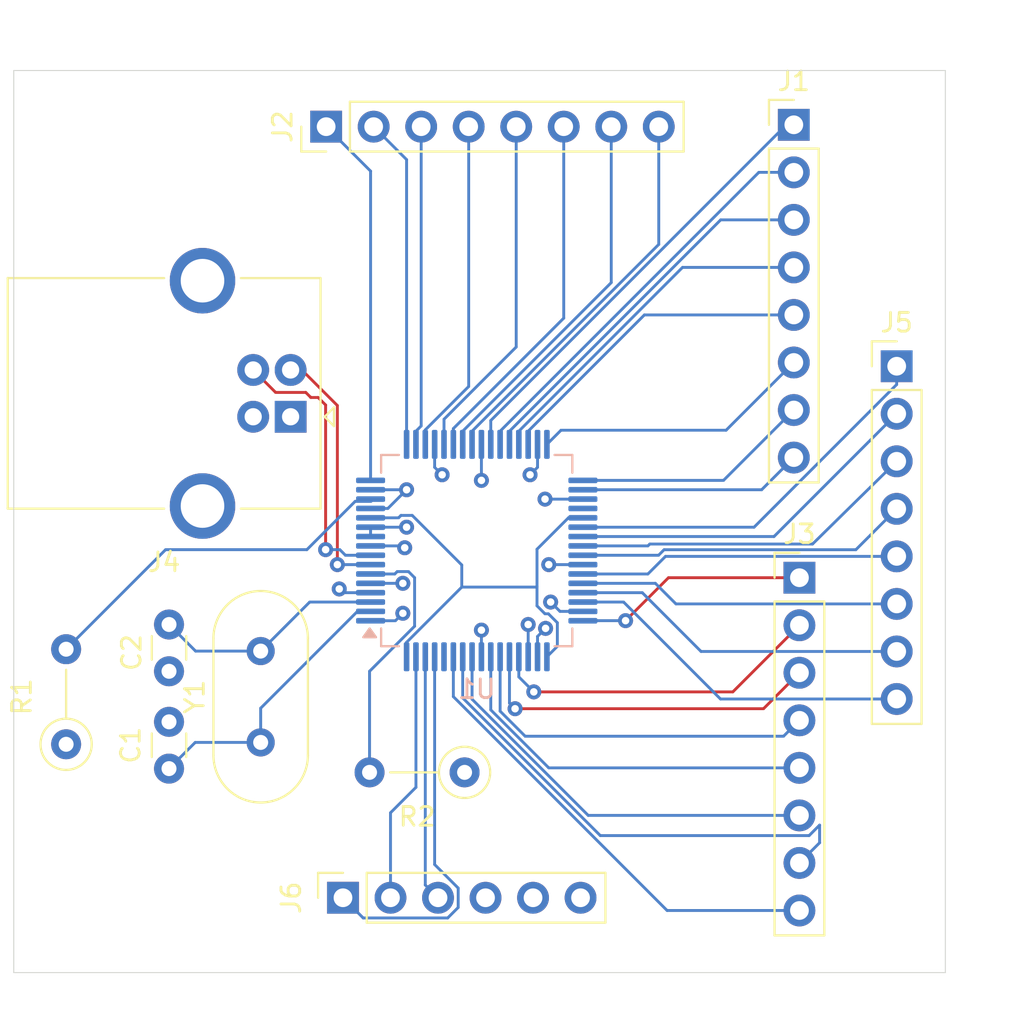
<source format=kicad_pcb>
(kicad_pcb (version 20240108) (generator "pcbnew") (generator_version "8.0")
  (layers (0 "F.Cu" signal) (1 "In1.Cu" power "GND.Cu") (2 "In2.Cu" power) (31 "B.Cu" signal) (34 "B.Paste" user) (35 "F.Paste" user) (36 "B.SilkS" user "B.Silkscreen") (37 "F.SilkS" user "F.Silkscreen") (38 "B.Mask" user) (39 "F.Mask" user) (44 "Edge.Cuts" user))
  (net 0 "")
  (net 1 "GND")
  (net 2 "Net-(U1C-OSCI)")
  (net 3 "Net-(U1C-OSCO)")
  (net 4 "Net-(J1-Pin_1)")
  (net 5 "Net-(J1-Pin_2)")
  (net 6 "Net-(J1-Pin_3)")
  (net 7 "Net-(J1-Pin_4)")
  (net 8 "Net-(J1-Pin_5)")
  (net 9 "Net-(J1-Pin_6)")
  (net 10 "Net-(J1-Pin_7)")
  (net 11 "Net-(J1-Pin_8)")
  (net 12 "Net-(J2-Pin_1)")
  (net 13 "Net-(J2-Pin_2)")
  (net 14 "Net-(J2-Pin_3)")
  (net 15 "Net-(J2-Pin_4)")
  (net 16 "Net-(J2-Pin_5)")
  (net 17 "Net-(J2-Pin_6)")
  (net 18 "Net-(J2-Pin_7)")
  (net 19 "Net-(J2-Pin_8)")
  (net 20 "Net-(J3-Pin_1)")
  (net 21 "Net-(J3-Pin_2)")
  (net 22 "Net-(J3-Pin_3)")
  (net 23 "Net-(J3-Pin_4)")
  (net 24 "Net-(J3-Pin_5)")
  (net 25 "Net-(J3-Pin_6)")
  (net 26 "Net-(J3-Pin_7)")
  (net 27 "Net-(J3-Pin_8)")
  (net 28 "Net-(J4-D-)")
  (net 29 "Net-(J4-D+)")
  (net 30 "+5V")
  (net 31 "Net-(J5-Pin_1)")
  (net 32 "Net-(J5-Pin_2)")
  (net 33 "Net-(J5-Pin_3)")
  (net 34 "Net-(J5-Pin_4)")
  (net 35 "Net-(J5-Pin_5)")
  (net 36 "Net-(J5-Pin_6)")
  (net 37 "Net-(J5-Pin_7)")
  (net 38 "Net-(J5-Pin_8)")
  (net 39 "+3.3V")
  (net 40 "Net-(J6-Pin_1)")
  (net 41 "Net-(J6-Pin_2)")
  (net 42 "Net-(J6-Pin_3)")
  (net 43 "Net-(U1C-RESET#)")
  (net 44 "Net-(U1C-REF)")
  (net 45 "Net-(U1E-VREGOUT)")
  (footprint "Capacitor_THT:C_Disc_D3.0mm_W1.6mm_P2.50mm" (layer "F.Cu") (at 141.4 95.5 -90)
    (property "Reference" "C2" (at 1.5 2 90) (layer "F.SilkS"))
    (property "Value" "27 pF")
    (fp_line (start 0.621 0.92) (end 1.879 0.92) (stroke (width 0.12)) (layer "F.SilkS"))
    (fp_line (start 0.621 -0.92) (end 1.879 -0.92) (stroke (width 0.12)) (layer "F.SilkS"))
    (pad "1" thru_hole circle (at 0 0 270) (size 1.6 1.6) (drill 0.8) (layers "*.Cu" "*.Mask") (net 3 "Net-(U1C-OSCO)"))
    (pad "2" thru_hole circle (at 2.5 0 270) (size 1.6 1.6) (drill 0.8) (layers "*.Cu" "*.Mask") (net 1 "GND"))
  )
  (footprint "Connector_PinHeader_2.54mm:PinHeader_1x08_P2.54mm_Vertical" (layer "F.Cu") (at 149.8 68.9 90)
    (property "Reference" "J2" (at 0 -2.33 90) (layer "F.SilkS"))
    (property "Value" "Conn_01x08_Male")
    (fp_line (start -1.33 -1.33) (end 0 -1.33) (stroke (width 0.12)) (layer "F.SilkS"))
    (fp_line (start -1.33 0) (end -1.33 -1.33) (stroke (width 0.12)) (layer "F.SilkS"))
    (fp_line (start 1.33 1.27) (end 1.33 19.11) (stroke (width 0.12)) (layer "F.SilkS"))
    (fp_line (start -1.33 1.27) (end 1.33 1.27) (stroke (width 0.12)) (layer "F.SilkS"))
    (fp_line (start -1.33 1.27) (end -1.33 19.11) (stroke (width 0.12)) (layer "F.SilkS"))
    (fp_line (start -1.33 19.11) (end 1.33 19.11) (stroke (width 0.12)) (layer "F.SilkS"))
    (pad "1" thru_hole rect (at 0 0 90) (size 1.7 1.7) (drill 1) (layers "*.Cu" "*.Mask") (net 12 "Net-(J2-Pin_1)"))
    (pad "2" thru_hole oval (at 0 2.54 90) (size 1.7 1.7) (drill 1) (layers "*.Cu" "*.Mask") (net 13 "Net-(J2-Pin_2)"))
    (pad "3" thru_hole oval (at 0 5.08 90) (size 1.7 1.7) (drill 1) (layers "*.Cu" "*.Mask") (net 14 "Net-(J2-Pin_3)"))
    (pad "4" thru_hole oval (at 0 7.62 90) (size 1.7 1.7) (drill 1) (layers "*.Cu" "*.Mask") (net 15 "Net-(J2-Pin_4)"))
    (pad "5" thru_hole oval (at 0 10.16 90) (size 1.7 1.7) (drill 1) (layers "*.Cu" "*.Mask") (net 16 "Net-(J2-Pin_5)"))
    (pad "6" thru_hole oval (at 0 12.7 90) (size 1.7 1.7) (drill 1) (layers "*.Cu" "*.Mask") (net 17 "Net-(J2-Pin_6)"))
    (pad "7" thru_hole oval (at 0 15.24 90) (size 1.7 1.7) (drill 1) (layers "*.Cu" "*.Mask") (net 18 "Net-(J2-Pin_7)"))
    (pad "8" thru_hole oval (at 0 17.78 90) (size 1.7 1.7) (drill 1) (layers "*.Cu" "*.Mask") (net 19 "Net-(J2-Pin_8)"))
  )
  (footprint "Connector_PinHeader_2.54mm:PinHeader_1x08_P2.54mm_Vertical" (layer "F.Cu") (at 175.1 93)
    (property "Reference" "J3" (at 0 -2.33 0) (layer "F.SilkS"))
    (property "Value" "Conn_01x08_Male")
    (fp_line (start -1.33 -1.33) (end 0 -1.33) (stroke (width 0.12)) (layer "F.SilkS"))
    (fp_line (start -1.33 0) (end -1.33 -1.33) (stroke (width 0.12)) (layer "F.SilkS"))
    (fp_line (start -1.33 1.27) (end -1.33 19.11) (stroke (width 0.12)) (layer "F.SilkS"))
    (fp_line (start -1.33 1.27) (end 1.33 1.27) (stroke (width 0.12)) (layer "F.SilkS"))
    (fp_line (start -1.33 19.11) (end 1.33 19.11) (stroke (width 0.12)) (layer "F.SilkS"))
    (fp_line (start 1.33 1.27) (end 1.33 19.11) (stroke (width 0.12)) (layer "F.SilkS"))
    (pad "1" thru_hole rect (at 0 0) (size 1.7 1.7) (drill 1) (layers "*.Cu" "*.Mask") (net 20 "Net-(J3-Pin_1)"))
    (pad "2" thru_hole oval (at 0 2.54) (size 1.7 1.7) (drill 1) (layers "*.Cu" "*.Mask") (net 21 "Net-(J3-Pin_2)"))
    (pad "3" thru_hole oval (at 0 5.08) (size 1.7 1.7) (drill 1) (layers "*.Cu" "*.Mask") (net 22 "Net-(J3-Pin_3)"))
    (pad "4" thru_hole oval (at 0 7.62) (size 1.7 1.7) (drill 1) (layers "*.Cu" "*.Mask") (net 23 "Net-(J3-Pin_4)"))
    (pad "5" thru_hole oval (at 0 10.16) (size 1.7 1.7) (drill 1) (layers "*.Cu" "*.Mask") (net 24 "Net-(J3-Pin_5)"))
    (pad "6" thru_hole oval (at 0 12.7) (size 1.7 1.7) (drill 1) (layers "*.Cu" "*.Mask") (net 25 "Net-(J3-Pin_6)"))
    (pad "7" thru_hole oval (at 0 15.24) (size 1.7 1.7) (drill 1) (layers "*.Cu" "*.Mask") (net 26 "Net-(J3-Pin_7)"))
    (pad "8" thru_hole oval (at 0 17.78) (size 1.7 1.7) (drill 1) (layers "*.Cu" "*.Mask") (net 27 "Net-(J3-Pin_8)"))
  )
  (footprint "Connector_USB:USB_B_OST_USB-B1HSxx_Horizontal" (layer "F.Cu") (at 147.9 84.4 180)
    (property "Reference" "J4" (at 6.76 -7.77 0) (layer "F.SilkS"))
    (property "Value" "USB_B")
    (fp_line (start 15.12 7.41) (end 6.76 7.41) (stroke (width 0.12)) (layer "F.SilkS"))
    (fp_line (start 15.12 -4.91) (end 15.12 7.41) (stroke (width 0.12)) (layer "F.SilkS"))
    (fp_line (start 6.76 -4.91) (end 15.12 -4.91) (stroke (width 0.12)) (layer "F.SilkS"))
    (fp_line (start 2.66 -4.91) (end -1.6 -4.91) (stroke (width 0.12)) (layer "F.SilkS"))
    (fp_line (start -1.6 7.41) (end 2.66 7.41) (stroke (width 0.12)) (layer "F.SilkS"))
    (fp_line (start -1.6 -4.91) (end -1.6 7.41) (stroke (width 0.12)) (layer "F.SilkS"))
    (fp_line (start -1.82 0) (end -2.32 -0.5) (stroke (width 0.12)) (layer "F.SilkS"))
    (fp_line (start -2.32 0.5) (end -1.82 0) (stroke (width 0.12)) (layer "F.SilkS"))
    (fp_line (start -2.32 -0.5) (end -2.32 0.5) (stroke (width 0.12)) (layer "F.SilkS"))
    (pad "1" thru_hole rect (at 0 0 180) (size 1.7 1.7) (drill 0.92) (layers "*.Cu" "*.Mask") (net 30 "+5V"))
    (pad "2" thru_hole circle (at 0 2.5 180) (size 1.7 1.7) (drill 0.92) (layers "*.Cu" "*.Mask") (net 28 "Net-(J4-D-)"))
    (pad "3" thru_hole circle (at 2 2.5 180) (size 1.7 1.7) (drill 0.92) (layers "*.Cu" "*.Mask") (net 29 "Net-(J4-D+)"))
    (pad "4" thru_hole circle (at 2 0 180) (size 1.7 1.7) (drill 0.92) (layers "*.Cu" "*.Mask") (net 1 "GND"))
    (pad "5" thru_hole circle (at 4.71 -4.77 180) (size 3.5 3.5) (drill 2.33) (layers "*.Cu" "*.Mask") (net 1 "GND"))
    (pad "5" thru_hole circle (at 4.71 7.27 180) (size 3.5 3.5) (drill 2.33) (layers "*.Cu" "*.Mask") (net 1 "GND"))
  )
  (footprint "Connector_PinHeader_2.54mm:PinHeader_1x08_P2.54mm_Vertical" (layer "F.Cu") (at 180.3 81.7)
    (property "Reference" "J5" (at 0 -2.33 0) (layer "F.SilkS"))
    (property "Value" "Conn_01x08_Male")
    (fp_line (start -1.33 -1.33) (end 0 -1.33) (stroke (width 0.12)) (layer "F.SilkS"))
    (fp_line (start -1.33 0) (end -1.33 -1.33) (stroke (width 0.12)) (layer "F.SilkS"))
    (fp_line (start -1.33 1.27) (end -1.33 19.11) (stroke (width 0.12)) (layer "F.SilkS"))
    (fp_line (start -1.33 1.27) (end 1.33 1.27) (stroke (width 0.12)) (layer "F.SilkS"))
    (fp_line (start -1.33 19.11) (end 1.33 19.11) (stroke (width 0.12)) (layer "F.SilkS"))
    (fp_line (start 1.33 1.27) (end 1.33 19.11) (stroke (width 0.12)) (layer "F.SilkS"))
    (pad "1" thru_hole rect (at 0 0) (size 1.7 1.7) (drill 1) (layers "*.Cu" "*.Mask") (net 31 "Net-(J5-Pin_1)"))
    (pad "2" thru_hole oval (at 0 2.54) (size 1.7 1.7) (drill 1) (layers "*.Cu" "*.Mask") (net 32 "Net-(J5-Pin_2)"))
    (pad "3" thru_hole oval (at 0 5.08) (size 1.7 1.7) (drill 1) (layers "*.Cu" "*.Mask") (net 33 "Net-(J5-Pin_3)"))
    (pad "4" thru_hole oval (at 0 7.62) (size 1.7 1.7) (drill 1) (layers "*.Cu" "*.Mask") (net 34 "Net-(J5-Pin_4)"))
    (pad "5" thru_hole oval (at 0 10.16) (size 1.7 1.7) (drill 1) (layers "*.Cu" "*.Mask") (net 35 "Net-(J5-Pin_5)"))
    (pad "6" thru_hole oval (at 0 12.7) (size 1.7 1.7) (drill 1) (layers "*.Cu" "*.Mask") (net 36 "Net-(J5-Pin_6)"))
    (pad "7" thru_hole oval (at 0 15.24) (size 1.7 1.7) (drill 1) (layers "*.Cu" "*.Mask") (net 37 "Net-(J5-Pin_7)"))
    (pad "8" thru_hole oval (at 0 17.78) (size 1.7 1.7) (drill 1) (layers "*.Cu" "*.Mask") (net 38 "Net-(J5-Pin_8)"))
  )
  (footprint "Connector_PinSocket_2.54mm:PinSocket_1x06_P2.54mm_Vertical" (layer "F.Cu") (at 150.7 110.1 90)
    (property "Reference" "J6" (at 0 -2.77 90) (layer "F.SilkS"))
    (property "Value" "Conn_01x06_Male")
    (fp_line (start 1.33 -1.33) (end 1.33 0) (stroke (width 0.12)) (layer "F.SilkS"))
    (fp_line (start 0 -1.33) (end 1.33 -1.33) (stroke (width 0.12)) (layer "F.SilkS"))
    (fp_line (start 1.33 1.27) (end 1.33 14.03) (stroke (width 0.12)) (layer "F.SilkS"))
    (fp_line (start -1.33 1.27) (end 1.33 1.27) (stroke (width 0.12)) (layer "F.SilkS"))
    (fp_line (start -1.33 1.27) (end -1.33 14.03) (stroke (width 0.12)) (layer "F.SilkS"))
    (fp_line (start -1.33 14.03) (end 1.33 14.03) (stroke (width 0.12)) (layer "F.SilkS"))
    (pad "1" thru_hole rect (at 0 0 90) (size 1.7 1.7) (drill 1) (layers "*.Cu" "*.Mask") (net 40 "Net-(J6-Pin_1)"))
    (pad "2" thru_hole oval (at 0 2.54 90) (size 1.7 1.7) (drill 1) (layers "*.Cu" "*.Mask") (net 41 "Net-(J6-Pin_2)"))
    (pad "3" thru_hole oval (at 0 5.08 90) (size 1.7 1.7) (drill 1) (layers "*.Cu" "*.Mask") (net 42 "Net-(J6-Pin_3)"))
    (pad "4" thru_hole oval (at 0 7.62 90) (size 1.7 1.7) (drill 1) (layers "*.Cu" "*.Mask") (net 1 "GND"))
    (pad "5" thru_hole oval (at 0 10.16 90) (size 1.7 1.7) (drill 1) (layers "*.Cu" "*.Mask") (net 39 "+3.3V"))
    (pad "6" thru_hole oval (at 0 12.7 90) (size 1.7 1.7) (drill 1) (layers "*.Cu" "*.Mask") (net 30 "+5V"))
  )
  (footprint "Resistor_THT:R_Axial_DIN0207_L6.3mm_D2.5mm_P5.08mm_Vertical" (layer "F.Cu") (at 135.9 101.9 90)
    (property "Reference" "R1" (at 2.54 -2.37 90) (layer "F.SilkS"))
    (property "Value" "2k2")
    (fp_line (start 1.37 0) (end 3.98 0) (stroke (width 0.12)) (layer "F.SilkS"))
    (fp_circle (center 0 0) (end 1.37 0) (stroke (width 0.12)) (fill none) (layer "F.SilkS"))
    (pad "1" thru_hole circle (at 0 0 90) (size 1.6 1.6) (drill 0.8) (layers "*.Cu" "*.Mask") (net 30 "+5V"))
    (pad "2" thru_hole oval (at 5.08 0 90) (size 1.6 1.6) (drill 0.8) (layers "*.Cu" "*.Mask") (net 43 "Net-(U1C-RESET#)"))
  )
  (footprint "Resistor_THT:R_Axial_DIN0207_L6.3mm_D2.5mm_P5.08mm_Vertical" (layer "F.Cu") (at 157.2 103.4 180)
    (property "Reference" "R2" (at 2.54 -2.37 0) (layer "F.SilkS"))
    (property "Value" "12k")
    (fp_line (start 1.37 0) (end 3.98 0) (stroke (width 0.12)) (layer "F.SilkS"))
    (fp_circle (center 0 0) (end 1.37 0) (stroke (width 0.12)) (fill none) (layer "F.SilkS"))
    (pad "1" thru_hole circle (at 0 0 180) (size 1.6 1.6) (drill 0.8) (layers "*.Cu" "*.Mask") (net 1 "GND"))
    (pad "2" thru_hole oval (at 5.08 0 180) (size 1.6 1.6) (drill 0.8) (layers "*.Cu" "*.Mask") (net 44 "Net-(U1C-REF)"))
  )
  (footprint "Crystal:Crystal_HC49-U_Vertical" (layer "F.Cu") (at 146.3 101.8 90)
    (property "Reference" "Y1" (at 2.44 -3.525 90) (layer "F.SilkS"))
    (property "Value" "12 MHz")
    (fp_line (start -0.685 -2.525) (end 5.565 -2.525) (stroke (width 0.12)) (layer "F.SilkS"))
    (fp_line (start -0.685 2.525) (end 5.565 2.525) (stroke (width 0.12)) (layer "F.SilkS"))
    (fp_arc (start 5.565 -2.525) (mid 8.09 0) (end 5.565 2.525) (stroke (width 0.12)) (layer "F.SilkS"))
    (fp_arc (start -0.685 2.525) (mid -3.21 0) (end -0.685 -2.525) (stroke (width 0.12)) (layer "F.SilkS"))
    (pad "1" thru_hole circle (at 0 0 90) (size 1.5 1.5) (drill 0.8) (layers "*.Cu" "*.Mask") (net 2 "Net-(U1C-OSCI)"))
    (pad "2" thru_hole circle (at 4.88 0 90) (size 1.5 1.5) (drill 0.8) (layers "*.Cu" "*.Mask") (net 3 "Net-(U1C-OSCO)"))
  )
  (footprint "Capacitor_THT:C_Disc_D3.0mm_W1.6mm_P2.50mm" (layer "F.Cu") (at 141.4 103.2 90)
    (property "Reference" "C1" (at 1.25 -2.05 90) (layer "F.SilkS"))
    (property "Value" "27 pF")
    (fp_line (start 0.621 -0.92) (end 1.879 -0.92) (stroke (width 0.12)) (layer "F.SilkS"))
    (fp_line (start 0.621 0.92) (end 1.879 0.92) (stroke (width 0.12)) (layer "F.SilkS"))
    (pad "1" thru_hole circle (at 0 0 90) (size 1.6 1.6) (drill 0.8) (layers "*.Cu" "*.Mask") (net 2 "Net-(U1C-OSCI)"))
    (pad "2" thru_hole circle (at 2.5 0 90) (size 1.6 1.6) (drill 0.8) (layers "*.Cu" "*.Mask") (net 1 "GND"))
  )
  (footprint "Connector_PinHeader_2.54mm:PinHeader_1x08_P2.54mm_Vertical" (layer "F.Cu") (at 174.8 68.8)
    (property "Reference" "J1" (at 0 -2.33 0) (layer "F.SilkS"))
    (property "Value" "Conn_01x08_Male")
    (fp_line (start -1.33 -1.33) (end 0 -1.33) (stroke (width 0.12)) (layer "F.SilkS"))
    (fp_line (start -1.33 0) (end -1.33 -1.33) (stroke (width 0.12)) (layer "F.SilkS"))
    (fp_line (start -1.33 1.27) (end -1.33 19.11) (stroke (width 0.12)) (layer "F.SilkS"))
    (fp_line (start -1.33 1.27) (end 1.33 1.27) (stroke (width 0.12)) (layer "F.SilkS"))
    (fp_line (start -1.33 19.11) (end 1.33 19.11) (stroke (width 0.12)) (layer "F.SilkS"))
    (fp_line (start 1.33 1.27) (end 1.33 19.11) (stroke (width 0.12)) (layer "F.SilkS"))
    (pad "1" thru_hole rect (at 0 0) (size 1.7 1.7) (drill 1) (layers "*.Cu" "*.Mask") (net 4 "Net-(J1-Pin_1)"))
    (pad "2" thru_hole oval (at 0 2.54) (size 1.7 1.7) (drill 1) (layers "*.Cu" "*.Mask") (net 5 "Net-(J1-Pin_2)"))
    (pad "3" thru_hole oval (at 0 5.08) (size 1.7 1.7) (drill 1) (layers "*.Cu" "*.Mask") (net 6 "Net-(J1-Pin_3)"))
    (pad "4" thru_hole oval (at 0 7.62) (size 1.7 1.7) (drill 1) (layers "*.Cu" "*.Mask") (net 7 "Net-(J1-Pin_4)"))
    (pad "5" thru_hole oval (at 0 10.16) (size 1.7 1.7) (drill 1) (layers "*.Cu" "*.Mask") (net 8 "Net-(J1-Pin_5)"))
    (pad "6" thru_hole oval (at 0 12.7) (size 1.7 1.7) (drill 1) (layers "*.Cu" "*.Mask") (net 9 "Net-(J1-Pin_6)"))
    (pad "7" thru_hole oval (at 0 15.24) (size 1.7 1.7) (drill 1) (layers "*.Cu" "*.Mask") (net 10 "Net-(J1-Pin_7)"))
    (pad "8" thru_hole oval (at 0 17.78) (size 1.7 1.7) (drill 1) (layers "*.Cu" "*.Mask") (net 11 "Net-(J1-Pin_8)"))
  )
  (footprint "Package_QFP:LQFP-64_10x10mm_P0.5mm" (layer "B.Cu") (at 157.85 91.55)
    (property "Reference" "U1" (at 0 7.4 0) (layer "B.SilkS") (effects (justify mirror)))
    (property "Value" "FT2232H")
    (fp_line (start -5.11 -5.11) (end -5.11 -4.16) (stroke (width 0.12)) (layer "B.SilkS"))
    (fp_line (start -5.11 5.11) (end -5.11 4.16) (stroke (width 0.12)) (layer "B.SilkS"))
    (fp_line (start -4.16 -5.11) (end -5.11 -5.11) (stroke (width 0.12)) (layer "B.SilkS"))
    (fp_line (start -4.16 5.11) (end -5.11 5.11) (stroke (width 0.12)) (layer "B.SilkS"))
    (fp_line (start 4.16 -5.11) (end 5.11 -5.11) (stroke (width 0.12)) (layer "B.SilkS"))
    (fp_line (start 4.16 5.11) (end 5.11 5.11) (stroke (width 0.12)) (layer "B.SilkS"))
    (fp_line (start 5.11 -5.11) (end 5.11 -4.16) (stroke (width 0.12)) (layer "B.SilkS"))
    (fp_line (start 5.11 5.11) (end 5.11 4.16) (stroke (width 0.12)) (layer "B.SilkS"))
    (fp_poly (pts (xy -5.725 4.16) (xy -6.065 4.63) (xy -5.385 4.63) (xy -5.725 4.16)) (stroke (width 0.12)) (fill solid) (layer "B.SilkS"))
    (pad "1" smd roundrect (at -5.675 3.75) (size 1.55 0.3) (layers "B.Cu" "B.Paste" "B.Mask") (net 1 "GND"))
    (pad "2" smd roundrect (at -5.675 3.25) (size 1.55 0.3) (layers "B.Cu" "B.Paste" "B.Mask") (net 2 "Net-(U1C-OSCI)"))
    (pad "3" smd roundrect (at -5.675 2.75) (size 1.55 0.3) (layers "B.Cu" "B.Paste" "B.Mask") (net 3 "Net-(U1C-OSCO)"))
    (pad "4" smd roundrect (at -5.675 2.25) (size 1.55 0.3) (layers "B.Cu" "B.Paste" "B.Mask") (net 39 "+3.3V"))
    (pad "5" smd roundrect (at -5.675 1.75) (size 1.55 0.3) (layers "B.Cu" "B.Paste" "B.Mask") (net 1 "GND"))
    (pad "6" smd roundrect (at -5.675 1.25) (size 1.55 0.3) (layers "B.Cu" "B.Paste" "B.Mask") (net 44 "Net-(U1C-REF)"))
    (pad "7" smd roundrect (at -5.675 0.75) (size 1.55 0.3) (layers "B.Cu" "B.Paste" "B.Mask") (net 28 "Net-(J4-D-)"))
    (pad "8" smd roundrect (at -5.675 0.25) (size 1.55 0.3) (layers "B.Cu" "B.Paste" "B.Mask") (net 29 "Net-(J4-D+)"))
    (pad "9" smd roundrect (at -5.675 -0.25) (size 1.55 0.3) (layers "B.Cu" "B.Paste" "B.Mask") (net 39 "+3.3V"))
    (pad "10" smd roundrect (at -5.675 -0.75) (size 1.55 0.3) (layers "B.Cu" "B.Paste" "B.Mask") (net 1 "GND"))
    (pad "11" smd roundrect (at -5.675 -1.25) (size 1.55 0.3) (layers "B.Cu" "B.Paste" "B.Mask") (net 1 "GND"))
    (pad "12" smd roundrect (at -5.675 -1.75) (size 1.55 0.3) (layers "B.Cu" "B.Paste" "B.Mask") (net 45 "Net-(U1E-VREGOUT)"))
    (pad "13" smd roundrect (at -5.675 -2.25) (size 1.55 0.3) (layers "B.Cu" "B.Paste" "B.Mask") (net 1 "GND"))
    (pad "14" smd roundrect (at -5.675 -2.75) (size 1.55 0.3) (layers "B.Cu" "B.Paste" "B.Mask") (net 43 "Net-(U1C-RESET#)"))
    (pad "15" smd roundrect (at -5.675 -3.25) (size 1.55 0.3) (layers "B.Cu" "B.Paste" "B.Mask") (net 1 "GND"))
    (pad "16" smd roundrect (at -5.675 -3.75) (size 1.55 0.3) (layers "B.Cu" "B.Paste" "B.Mask") (net 12 "Net-(J2-Pin_1)"))
    (pad "17" smd roundrect (at -3.75 -5.675) (size 0.3 1.55) (layers "B.Cu" "B.Paste" "B.Mask") (net 13 "Net-(J2-Pin_2)"))
    (pad "18" smd roundrect (at -3.25 -5.675) (size 0.3 1.55) (layers "B.Cu" "B.Paste" "B.Mask") (net 14 "Net-(J2-Pin_3)"))
    (pad "19" smd roundrect (at -2.75 -5.675) (size 0.3 1.55) (layers "B.Cu" "B.Paste" "B.Mask") (net 15 "Net-(J2-Pin_4)"))
    (pad "20" smd roundrect (at -2.25 -5.675) (size 0.3 1.55) (layers "B.Cu" "B.Paste" "B.Mask") (net 39 "+3.3V"))
    (pad "21" smd roundrect (at -1.75 -5.675) (size 0.3 1.55) (layers "B.Cu" "B.Paste" "B.Mask") (net 16 "Net-(J2-Pin_5)"))
    (pad "22" smd roundrect (at -1.25 -5.675) (size 0.3 1.55) (layers "B.Cu" "B.Paste" "B.Mask") (net 17 "Net-(J2-Pin_6)"))
    (pad "23" smd roundrect (at -0.75 -5.675) (size 0.3 1.55) (layers "B.Cu" "B.Paste" "B.Mask") (net 18 "Net-(J2-Pin_7)"))
    (pad "24" smd roundrect (at -0.25 -5.675) (size 0.3 1.55) (layers "B.Cu" "B.Paste" "B.Mask") (net 19 "Net-(J2-Pin_8)"))
    (pad "25" smd roundrect (at 0.25 -5.675) (size 0.3 1.55) (layers "B.Cu" "B.Paste" "B.Mask") (net 1 "GND"))
    (pad "26" smd roundrect (at 0.75 -5.675) (size 0.3 1.55) (layers "B.Cu" "B.Paste" "B.Mask") (net 4 "Net-(J1-Pin_1)"))
    (pad "27" smd roundrect (at 1.25 -5.675) (size 0.3 1.55) (layers "B.Cu" "B.Paste" "B.Mask") (net 5 "Net-(J1-Pin_2)"))
    (pad "28" smd roundrect (at 1.75 -5.675) (size 0.3 1.55) (layers "B.Cu" "B.Paste" "B.Mask") (net 6 "Net-(J1-Pin_3)"))
    (pad "29" smd roundrect (at 2.25 -5.675) (size 0.3 1.55) (layers "B.Cu" "B.Paste" "B.Mask") (net 7 "Net-(J1-Pin_4)"))
    (pad "30" smd roundrect (at 2.75 -5.675) (size 0.3 1.55) (layers "B.Cu" "B.Paste" "B.Mask") (net 8 "Net-(J1-Pin_5)"))
    (pad "31" smd roundrect (at 3.25 -5.675) (size 0.3 1.55) (layers "B.Cu" "B.Paste" "B.Mask") (net 39 "+3.3V"))
    (pad "32" smd roundrect (at 3.75 -5.675) (size 0.3 1.55) (layers "B.Cu" "B.Paste" "B.Mask") (net 9 "Net-(J1-Pin_6)"))
    (pad "33" smd roundrect (at 5.675 -3.75) (size 1.55 0.3) (layers "B.Cu" "B.Paste" "B.Mask") (net 10 "Net-(J1-Pin_7)"))
    (pad "34" smd roundrect (at 5.675 -3.25) (size 1.55 0.3) (layers "B.Cu" "B.Paste" "B.Mask") (net 11 "Net-(J1-Pin_8)"))
    (pad "35" smd roundrect (at 5.675 -2.75) (size 1.55 0.3) (layers "B.Cu" "B.Paste" "B.Mask") (net 1 "GND"))
    (pad "36" smd roundrect (at 5.675 -2.25) (size 1.55 0.3) (layers "B.Cu" "B.Paste" "B.Mask"))
    (pad "37" smd roundrect (at 5.675 -1.75) (size 1.55 0.3) (layers "B.Cu" "B.Paste" "B.Mask") (net 45 "Net-(U1E-VREGOUT)"))
    (pad "38" smd roundrect (at 5.675 -1.25) (size 1.55 0.3) (layers "B.Cu" "B.Paste" "B.Mask") (net 31 "Net-(J5-Pin_1)"))
    (pad "39" smd roundrect (at 5.675 -0.75) (size 1.55 0.3) (layers "B.Cu" "B.Paste" "B.Mask") (net 32 "Net-(J5-Pin_2)"))
    (pad "40" smd roundrect (at 5.675 -0.25) (size 1.55 0.3) (layers "B.Cu" "B.Paste" "B.Mask") (net 33 "Net-(J5-Pin_3)"))
    (pad "41" smd roundrect (at 5.675 0.25) (size 1.55 0.3) (layers "B.Cu" "B.Paste" "B.Mask") (net 34 "Net-(J5-Pin_4)"))
    (pad "42" smd roundrect (at 5.675 0.75) (size 1.55 0.3) (layers "B.Cu" "B.Paste" "B.Mask") (net 39 "+3.3V"))
    (pad "43" smd roundrect (at 5.675 1.25) (size 1.55 0.3) (layers "B.Cu" "B.Paste" "B.Mask") (net 35 "Net-(J5-Pin_5)"))
    (pad "44" smd roundrect (at 5.675 1.75) (size 1.55 0.3) (layers "B.Cu" "B.Paste" "B.Mask") (net 36 "Net-(J5-Pin_6)"))
    (pad "45" smd roundrect (at 5.675 2.25) (size 1.55 0.3) (layers "B.Cu" "B.Paste" "B.Mask") (net 37 "Net-(J5-Pin_7)"))
    (pad "46" smd roundrect (at 5.675 2.75) (size 1.55 0.3) (layers "B.Cu" "B.Paste" "B.Mask") (net 38 "Net-(J5-Pin_8)"))
    (pad "47" smd roundrect (at 5.675 3.25) (size 1.55 0.3) (layers "B.Cu" "B.Paste" "B.Mask") (net 1 "GND"))
    (pad "48" smd roundrect (at 5.675 3.75) (size 1.55 0.3) (layers "B.Cu" "B.Paste" "B.Mask") (net 20 "Net-(J3-Pin_1)"))
    (pad "49" smd roundrect (at 3.75 5.675) (size 0.3 1.55) (layers "B.Cu" "B.Paste" "B.Mask") (net 45 "Net-(U1E-VREGOUT)"))
    (pad "50" smd roundrect (at 3.25 5.675) (size 0.3 1.55) (layers "B.Cu" "B.Paste" "B.Mask") (net 39 "+3.3V"))
    (pad "51" smd roundrect (at 2.75 5.675) (size 0.3 1.55) (layers "B.Cu" "B.Paste" "B.Mask") (net 1 "GND"))
    (pad "52" smd roundrect (at 2.25 5.675) (size 0.3 1.55) (layers "B.Cu" "B.Paste" "B.Mask") (net 21 "Net-(J3-Pin_2)"))
    (pad "53" smd roundrect (at 1.75 5.675) (size 0.3 1.55) (layers "B.Cu" "B.Paste" "B.Mask") (net 22 "Net-(J3-Pin_3)"))
    (pad "54" smd roundrect (at 1.25 5.675) (size 0.3 1.55) (layers "B.Cu" "B.Paste" "B.Mask") (net 23 "Net-(J3-Pin_4)"))
    (pad "55" smd roundrect (at 0.75 5.675) (size 0.3 1.55) (layers "B.Cu" "B.Paste" "B.Mask") (net 24 "Net-(J3-Pin_5)"))
    (pad "56" smd roundrect (at 0.25 5.675) (size 0.3 1.55) (layers "B.Cu" "B.Paste" "B.Mask") (net 39 "+3.3V"))
    (pad "57" smd roundrect (at -0.25 5.675) (size 0.3 1.55) (layers "B.Cu" "B.Paste" "B.Mask") (net 25 "Net-(J3-Pin_6)"))
    (pad "58" smd roundrect (at -0.75 5.675) (size 0.3 1.55) (layers "B.Cu" "B.Paste" "B.Mask") (net 26 "Net-(J3-Pin_7)"))
    (pad "59" smd roundrect (at -1.25 5.675) (size 0.3 1.55) (layers "B.Cu" "B.Paste" "B.Mask") (net 27 "Net-(J3-Pin_8)"))
    (pad "60" smd roundrect (at -1.75 5.675) (size 0.3 1.55) (layers "B.Cu" "B.Paste" "B.Mask"))
    (pad "61" smd roundrect (at -2.25 5.675) (size 0.3 1.55) (layers "B.Cu" "B.Paste" "B.Mask") (net 40 "Net-(J6-Pin_1)"))
    (pad "62" smd roundrect (at -2.75 5.675) (size 0.3 1.55) (layers "B.Cu" "B.Paste" "B.Mask") (net 42 "Net-(J6-Pin_3)"))
    (pad "63" smd roundrect (at -3.25 5.675) (size 0.3 1.55) (layers "B.Cu" "B.Paste" "B.Mask") (net 41 "Net-(J6-Pin_2)"))
    (pad "64" smd roundrect (at -3.75 5.675) (size 0.3 1.55) (layers "B.Cu" "B.Paste" "B.Mask") (net 45 "Net-(U1E-VREGOUT)"))
  )
  (gr_line (start 182.9 65.9) (end 182.9 114.1) (stroke (width 0.05)) (layer "Edge.Cuts"))
  (gr_line (start 133.1 114.1) (end 133.1 65.9) (stroke (width 0.05)) (layer "Edge.Cuts"))
  (gr_line (start 182.9 114.1) (end 133.1 114.1) (stroke (width 0.05)) (layer "Edge.Cuts"))
  (gr_line (start 133.1 65.9) (end 182.9 65.9) (stroke (width 0.05)) (layer "Edge.Cuts"))
  (via (at 161.8 94.3) (size 0.8) (drill 0.4) (layers "F.Cu" "B.Cu") (net 1))
  (via (at 154.1 88.3) (size 0.8) (drill 0.4) (layers "F.Cu" "B.Cu") (net 1))
  (via (at 153.9 94.9) (size 0.8) (drill 0.4) (layers "F.Cu" "B.Cu") (net 1))
  (via (at 161.5 88.8) (size 0.8) (drill 0.4) (layers "F.Cu" "B.Cu") (net 1))
  (via (at 154.1 90.3) (size 0.8) (drill 0.4) (layers "F.Cu" "B.Cu") (net 1))
  (via (at 153.9 93.3) (size 0.8) (drill 0.4) (layers "F.Cu" "B.Cu") (net 1))
  (via (at 158.1 87.8) (size 0.8) (drill 0.4) (layers "F.Cu" "B.Cu") (net 1))
  (via (at 160.6 95.5) (size 0.8) (drill 0.4) (layers "F.Cu" "B.Cu") (net 1))
  (segment (start 152.175 88.3) (end 154.1 88.3) (width 0.1524) (layer "B.Cu") (net 1))
  (segment (start 152.175 90.3) (end 154.1 90.3) (width 0.1524) (layer "B.Cu") (net 1))
  (segment (start 153.1 89.3) (end 154.1 88.3) (width 0.1524) (layer "B.Cu") (net 1))
  (segment (start 152.175 95.3) (end 153.5 95.3) (width 0.1524) (layer "B.Cu") (net 1))
  (segment (start 152.175 89.3) (end 153.1 89.3) (width 0.1524) (layer "B.Cu") (net 1))
  (segment (start 163.525 94.8) (end 162.3 94.8) (width 0.1524) (layer "B.Cu") (net 1))
  (segment (start 152.175 93.3) (end 153.9 93.3) (width 0.1524) (layer "B.Cu") (net 1))
  (segment (start 152.175 90.8) (end 152.175 90.3) (width 0.1524) (layer "B.Cu") (net 1))
  (segment (start 160.6 97.225) (end 160.6 95.5) (width 0.1524) (layer "B.Cu") (net 1))
  (segment (start 158.1 85.875) (end 158.1 87.8) (width 0.1524) (layer "B.Cu") (net 1))
  (segment (start 153.5 95.3) (end 153.9 94.9) (width 0.1524) (layer "B.Cu") (net 1))
  (segment (start 163.525 88.8) (end 161.5 88.8) (width 0.1524) (layer "B.Cu") (net 1))
  (segment (start 162.3 94.8) (end 161.8 94.3) (width 0.1524) (layer "B.Cu") (net 1))
  (segment (start 146.3 99.97063) (end 146.3 101.8) (width 0.1524) (layer "B.Cu") (net 2))
  (segment (start 146.3 101.8) (end 142.8 101.8) (width 0.1524) (layer "B.Cu") (net 2))
  (segment (start 152.175 94.8) (end 151.47063 94.8) (width 0.1524) (layer "B.Cu") (net 2))
  (segment (start 142.8 101.8) (end 141.4 103.2) (width 0.1524) (layer "B.Cu") (net 2))
  (segment (start 151.47063 94.8) (end 146.3 99.97063) (width 0.1524) (layer "B.Cu") (net 2))
  (segment (start 152.175 94.3) (end 148.92 94.3) (width 0.1524) (layer "B.Cu") (net 3))
  (segment (start 142.82 96.92) (end 141.4 95.5) (width 0.1524) (layer "B.Cu") (net 3))
  (segment (start 146.3 96.92) (end 142.82 96.92) (width 0.1524) (layer "B.Cu") (net 3))
  (segment (start 148.92 94.3) (end 146.3 96.92) (width 0.1524) (layer "B.Cu") (net 3))
  (segment (start 158.6 85.875) (end 158.6 84.601696) (width 0.1524) (layer "B.Cu") (net 4))
  (segment (start 174.401696 68.8) (end 174.8 68.8) (width 0.1524) (layer "B.Cu") (net 4))
  (segment (start 158.6 84.601696) (end 174.401696 68.8) (width 0.1524) (layer "B.Cu") (net 4))
  (segment (start 159.1 85.875) (end 159.1 85.17063) (width 0.1524) (layer "B.Cu") (net 5))
  (segment (start 159.1 85.17063) (end 172.93063 71.34) (width 0.1524) (layer "B.Cu") (net 5))
  (segment (start 172.93063 71.34) (end 174.8 71.34) (width 0.1524) (layer "B.Cu") (net 5))
  (segment (start 170.89063 73.88) (end 174.8 73.88) (width 0.1524) (layer "B.Cu") (net 6))
  (segment (start 159.6 85.875) (end 159.6 85.17063) (width 0.1524) (layer "B.Cu") (net 6))
  (segment (start 159.6 85.17063) (end 170.89063 73.88) (width 0.1524) (layer "B.Cu") (net 6))
  (segment (start 160.1 85.17063) (end 168.85063 76.42) (width 0.1524) (layer "B.Cu") (net 7))
  (segment (start 168.85063 76.42) (end 174.8 76.42) (width 0.1524) (layer "B.Cu") (net 7))
  (segment (start 160.1 85.875) (end 160.1 85.17063) (width 0.1524) (layer "B.Cu") (net 7))
  (segment (start 160.6 85.875) (end 160.6 85.17063) (width 0.1524) (layer "B.Cu") (net 8))
  (segment (start 160.6 85.17063) (end 166.81063 78.96) (width 0.1524) (layer "B.Cu") (net 8))
  (segment (start 166.81063 78.96) (end 174.8 78.96) (width 0.1524) (layer "B.Cu") (net 8))
  (segment (start 161.6 85.875) (end 162.356399 85.118601) (width 0.1524) (layer "B.Cu") (net 9))
  (segment (start 171.181399 85.118601) (end 174.8 81.5) (width 0.1524) (layer "B.Cu") (net 9))
  (segment (start 162.356399 85.118601) (end 171.181399 85.118601) (width 0.1524) (layer "B.Cu") (net 9))
  (segment (start 171.04 87.8) (end 163.525 87.8) (width 0.1524) (layer "B.Cu") (net 10))
  (segment (start 174.8 84.04) (end 171.04 87.8) (width 0.1524) (layer "B.Cu") (net 10))
  (segment (start 174.8 86.58) (end 173.08 88.3) (width 0.1524) (layer "B.Cu") (net 11))
  (segment (start 173.08 88.3) (end 163.525 88.3) (width 0.1524) (layer "B.Cu") (net 11))
  (segment (start 152.175 87.8) (end 152.175 71.275) (width 0.1524) (layer "B.Cu") (net 12))
  (segment (start 152.175 71.275) (end 149.8 68.9) (width 0.1524) (layer "B.Cu") (net 12))
  (segment (start 154.1 70.66) (end 152.34 68.9) (width 0.1524) (layer "B.Cu") (net 13))
  (segment (start 154.1 85.875) (end 154.1 70.66) (width 0.1524) (layer "B.Cu") (net 13))
  (segment (start 154.88 68.9) (end 154.88 84.89063) (width 0.1524) (layer "B.Cu") (net 14))
  (segment (start 154.6 85.17063) (end 154.6 85.875) (width 0.1524) (layer "B.Cu") (net 14))
  (segment (start 154.88 84.89063) (end 154.6 85.17063) (width 0.1524) (layer "B.Cu") (net 14))
  (segment (start 155.1 85.875) (end 155.1 85.101696) (width 0.1524) (layer "B.Cu") (net 15))
  (segment (start 155.1 85.101696) (end 157.42 82.781696) (width 0.1524) (layer "B.Cu") (net 15))
  (segment (start 157.42 82.781696) (end 157.42 68.9) (width 0.1524) (layer "B.Cu") (net 15))
  (segment (start 159.96 80.672762) (end 159.96 68.9) (width 0.1524) (layer "B.Cu") (net 16))
  (segment (start 156.1 85.875) (end 156.1 84.532762) (width 0.1524) (layer "B.Cu") (net 16))
  (segment (start 156.1 84.532762) (end 159.96 80.672762) (width 0.1524) (layer "B.Cu") (net 16))
  (segment (start 156.6 85.031066) (end 162.5 79.131066) (width 0.1524) (layer "B.Cu") (net 17))
  (segment (start 162.5 79.131066) (end 162.5 68.9) (width 0.1524) (layer "B.Cu") (net 17))
  (segment (start 156.6 85.875) (end 156.6 85.031066) (width 0.1524) (layer "B.Cu") (net 17))
  (segment (start 157.1 85.17063) (end 157.1 85.875) (width 0.1524) (layer "B.Cu") (net 18))
  (segment (start 165.04 77.23063) (end 157.1 85.17063) (width 0.1524) (layer "B.Cu") (net 18))
  (segment (start 165.04 68.9) (end 165.04 77.23063) (width 0.1524) (layer "B.Cu") (net 18))
  (segment (start 167.58 75.19063) (end 167.58 68.9) (width 0.1524) (layer "B.Cu") (net 19))
  (segment (start 157.6 85.875) (end 157.6 85.17063) (width 0.1524) (layer "B.Cu") (net 19))
  (segment (start 157.6 85.17063) (end 167.58 75.19063) (width 0.1524) (layer "B.Cu") (net 19))
  (segment (start 175.1 93) (end 168.1 93) (width 0.1524) (layer "F.Cu") (net 20))
  (segment (start 168.1 93) (end 165.805512 95.294488) (width 0.1524) (layer "F.Cu") (net 20))
  (via (at 165.805512 95.294488) (size 0.8) (drill 0.4) (layers "F.Cu" "B.Cu") (net 20))
  (segment (start 165.805512 95.294488) (end 163.530512 95.294488) (width 0.1524) (layer "B.Cu") (net 20))
  (segment (start 163.530512 95.294488) (end 163.525 95.3) (width 0.1524) (layer "B.Cu") (net 20))
  (segment (start 175.1 95.54) (end 171.54 99.1) (width 0.1524) (layer "F.Cu") (net 21))
  (segment (start 171.54 99.1) (end 160.9 99.1) (width 0.1524) (layer "F.Cu") (net 21))
  (via (at 160.9 99.1) (size 0.8) (drill 0.4) (layers "F.Cu" "B.Cu") (net 21))
  (segment (start 160.1 98.3) (end 160.9 99.1) (width 0.1524) (layer "B.Cu") (net 21))
  (segment (start 160.1 97.225) (end 160.1 98.3) (width 0.1524) (layer "B.Cu") (net 21))
  (segment (start 175.1 98.08) (end 173.18 100) (width 0.1524) (layer "F.Cu") (net 22))
  (segment (start 173.18 100) (end 159.9 100) (width 0.1524) (layer "F.Cu") (net 22))
  (via (at 159.9 100) (size 0.8) (drill 0.4) (layers "F.Cu" "B.Cu") (net 22))
  (segment (start 159.6 99.7) (end 159.6 97.225) (width 0.1524) (layer "B.Cu") (net 22))
  (segment (start 159.9 100) (end 159.6 99.7) (width 0.1524) (layer "B.Cu") (net 22))
  (segment (start 174.250001 101.469999) (end 160.439669 101.469999) (width 0.1524) (layer "B.Cu") (net 23))
  (segment (start 160.439669 101.469999) (end 159.1 100.13033) (width 0.1524) (layer "B.Cu") (net 23))
  (segment (start 175.1 100.62) (end 174.250001 101.469999) (width 0.1524) (layer "B.Cu") (net 23))
  (segment (start 159.1 100.13033) (end 159.1 97.225) (width 0.1524) (layer "B.Cu") (net 23))
  (segment (start 175.1 103.16) (end 161.698604 103.16) (width 0.1524) (layer "B.Cu") (net 24))
  (segment (start 161.698604 103.16) (end 158.6 100.061396) (width 0.1524) (layer "B.Cu") (net 24))
  (segment (start 158.6 100.061396) (end 158.6 97.225) (width 0.1524) (layer "B.Cu") (net 24))
  (segment (start 175.1 105.7) (end 163.807538 105.7) (width 0.1524) (layer "B.Cu") (net 25))
  (segment (start 157.6 99.492462) (end 157.6 97.225) (width 0.1524) (layer "B.Cu") (net 25))
  (segment (start 163.807538 105.7) (end 157.6 99.492462) (width 0.1524) (layer "B.Cu") (net 25))
  (segment (start 175.1 108.24) (end 176.178601 107.161399) (width 0.1524) (layer "B.Cu") (net 26))
  (segment (start 164.455073 106.778601) (end 157.1 99.423528) (width 0.1524) (layer "B.Cu") (net 26))
  (segment (start 176.178601 107.161399) (end 176.178601 106.217729) (width 0.1524) (layer "B.Cu") (net 26))
  (segment (start 175.617729 106.778601) (end 164.455073 106.778601) (width 0.1524) (layer "B.Cu") (net 26))
  (segment (start 157.1 99.423528) (end 157.1 97.225) (width 0.1524) (layer "B.Cu") (net 26))
  (segment (start 176.178601 106.217729) (end 175.617729 106.778601) (width 0.1524) (layer "B.Cu") (net 26))
  (segment (start 156.6 99.354594) (end 168.025406 110.78) (width 0.1524) (layer "B.Cu") (net 27))
  (segment (start 168.025406 110.78) (end 175.1 110.78) (width 0.1524) (layer "B.Cu") (net 27))
  (segment (start 156.6 97.225) (end 156.6 99.354594) (width 0.1524) (layer "B.Cu") (net 27))
  (segment (start 148.5 81.9) (end 150.4 83.8) (width 0.1524) (layer "F.Cu") (net 28))
  (segment (start 147.9 81.9) (end 148.5 81.9) (width 0.1524) (layer "F.Cu") (net 28))
  (segment (start 150.4 83.8) (end 150.4 92.3) (width 0.1524) (layer "F.Cu") (net 28))
  (via (at 150.4 92.3) (size 0.8) (drill 0.4) (layers "F.Cu" "B.Cu") (net 28))
  (segment (start 150.4 92.3) (end 152.175 92.3) (width 0.1524) (layer "B.Cu") (net 28))
  (segment (start 148.978601 83.367119) (end 148.711482 83.1) (width 0.1524) (layer "F.Cu") (net 29))
  (segment (start 148.978601 83.371399) (end 148.978601 83.367119) (width 0.1524) (layer "F.Cu") (net 29))
  (segment (start 149.371399 83.371399) (end 148.978601 83.371399) (width 0.1524) (layer "F.Cu") (net 29))
  (segment (start 148.711482 83.1) (end 147.1 83.1) (width 0.1524) (layer "F.Cu") (net 29))
  (segment (start 147.1 83.1) (end 145.9 81.9) (width 0.1524) (layer "F.Cu") (net 29))
  (segment (start 149.7714 91.5) (end 149.7714 83.7714) (width 0.1524) (layer "F.Cu") (net 29))
  (segment (start 149.7714 83.7714) (end 149.371399 83.371399) (width 0.1524) (layer "F.Cu") (net 29))
  (via (at 149.7714 91.5) (size 0.8) (drill 0.4) (layers "F.Cu" "B.Cu") (net 29))
  (segment (start 152.175 91.8) (end 150.83033 91.8) (width 0.1524) (layer "B.Cu") (net 29))
  (segment (start 150.53033 91.5) (end 149.7714 91.5) (width 0.1524) (layer "B.Cu") (net 29))
  (segment (start 150.83033 91.8) (end 150.53033 91.5) (width 0.1524) (layer "B.Cu") (net 29))
  (segment (start 172.67633 90.3) (end 180.3 82.67633) (width 0.1524) (layer "B.Cu") (net 31))
  (segment (start 163.525 90.3) (end 172.67633 90.3) (width 0.1524) (layer "B.Cu") (net 31))
  (segment (start 180.3 82.67633) (end 180.3 81.7) (width 0.1524) (layer "B.Cu") (net 31))
  (segment (start 180.3 84.24) (end 173.74 90.8) (width 0.1524) (layer "B.Cu") (net 32))
  (segment (start 173.74 90.8) (end 163.525 90.8) (width 0.1524) (layer "B.Cu") (net 32))
  (segment (start 163.525 91.3) (end 167 91.3) (width 0.1524) (layer "B.Cu") (net 33))
  (segment (start 180.3 86.78) (end 175.8 91.2) (width 0.1524) (layer "B.Cu") (net 33))
  (segment (start 167 91.3) (end 167.1 91.2) (width 0.1524) (layer "B.Cu") (net 33))
  (segment (start 175.8 91.2) (end 167.1 91.2) (width 0.1524) (layer "B.Cu") (net 33))
  (segment (start 163.525 91.8) (end 167.568934 91.8) (width 0.1524) (layer "B.Cu") (net 34))
  (segment (start 167.568934 91.8) (end 167.864124 91.50481) (width 0.1524) (layer "B.Cu") (net 34))
  (segment (start 167.864124 91.50481) (end 178.11519 91.50481) (width 0.1524) (layer "B.Cu") (net 34))
  (segment (start 178.11519 91.50481) (end 180.3 89.32) (width 0.1524) (layer "B.Cu") (net 34))
  (segment (start 167.94 91.86) (end 167 92.8) (width 0.1524) (layer "B.Cu") (net 35))
  (segment (start 167 92.8) (end 163.525 92.8) (width 0.1524) (layer "B.Cu") (net 35))
  (segment (start 180.3 91.86) (end 167.94 91.86) (width 0.1524) (layer "B.Cu") (net 35))
  (segment (start 168.5 94.4) (end 167.4 93.3) (width 0.1524) (layer "B.Cu") (net 36))
  (segment (start 180.3 94.4) (end 168.5 94.4) (width 0.1524) (layer "B.Cu") (net 36))
  (segment (start 167.4 93.3) (end 163.525 93.3) (width 0.1524) (layer "B.Cu") (net 36))
  (segment (start 180.3 96.94) (end 169.84 96.94) (width 0.1524) (layer "B.Cu") (net 37))
  (segment (start 169.84 96.94) (end 166.7 93.8) (width 0.1524) (layer "B.Cu") (net 37))
  (segment (start 166.7 93.8) (end 163.525 93.8) (width 0.1524) (layer "B.Cu") (net 37))
  (segment (start 170.88 99.48) (end 165.7 94.3) (width 0.1524) (layer "B.Cu") (net 38))
  (segment (start 180.3 99.48) (end 170.88 99.48) (width 0.1524) (layer "B.Cu") (net 38))
  (segment (start 165.7 94.3) (end 163.525 94.3) (width 0.1524) (layer "B.Cu") (net 38))
  (via (at 154 91.4) (size 0.8) (drill 0.4) (layers "F.Cu" "B.Cu") (net 39))
  (via (at 156 87.5) (size 0.8) (drill 0.4) (layers "F.Cu" "B.Cu") (net 39))
  (via (at 158.1 95.8) (size 0.8) (drill 0.4) (layers "F.Cu" "B.Cu") (net 39))
  (via (at 160.7 87.5) (size 0.8) (drill 0.4) (layers "F.Cu" "B.Cu") (net 39))
  (via (at 161.7 92.3) (size 0.8) (drill 0.4) (layers "F.Cu" "B.Cu") (net 39))
  (via (at 161.529722 95.706605) (size 0.8) (drill 0.4) (layers "F.Cu" "B.Cu") (net 39))
  (via (at 150.5 93.6) (size 0.8) (drill 0.4) (layers "F.Cu" "B.Cu") (net 39))
  (segment (start 155.6 85.875) (end 155.6 87.1) (width 0.1524) (layer "B.Cu") (net 39))
  (segment (start 163.525 92.3) (end 161.7 92.3) (width 0.1524) (layer "B.Cu") (net 39))
  (segment (start 161.1 87.1) (end 160.7 87.5) (width 0.1524) (layer "B.Cu") (net 39))
  (segment (start 150.7 93.8) (end 150.5 93.6) (width 0.1524) (layer "B.Cu") (net 39))
  (segment (start 161.1 97.225) (end 161.1 96.136327) (width 0.1524) (layer "B.Cu") (net 39))
  (segment (start 161.1 85.875) (end 161.1 87.1) (width 0.1524) (layer "B.Cu") (net 39))
  (segment (start 158.1 97.225) (end 158.1 95.8) (width 0.1524) (layer "B.Cu") (net 39))
  (segment (start 161.1 96.136327) (end 161.529722 95.706605) (width 0.1524) (layer "B.Cu") (net 39))
  (segment (start 155.6 87.1) (end 156 87.5) (width 0.1524) (layer "B.Cu") (net 39))
  (segment (start 152.175 91.3) (end 153.9 91.3) (width 0.1524) (layer "B.Cu") (net 39))
  (segment (start 153.9 91.3) (end 154 91.4) (width 0.1524) (layer "B.Cu") (net 39))
  (segment (start 152.175 93.8) (end 150.7 93.8) (width 0.1524) (layer "B.Cu") (net 39))
  (segment (start 156.858601 109.582271) (end 156.858601 110.617729) (width 0.1524) (layer "B.Cu") (net 40))
  (segment (start 155.6 97.225) (end 155.6 108.32367) (width 0.1524) (layer "B.Cu") (net 40))
  (segment (start 156.858601 110.617729) (end 156.297729 111.178601) (width 0.1524) (layer "B.Cu") (net 40))
  (segment (start 151.778601 111.178601) (end 150.7 110.1) (width 0.1524) (layer "B.Cu") (net 40))
  (segment (start 155.6 108.32367) (end 156.858601 109.582271) (width 0.1524) (layer "B.Cu") (net 40))
  (segment (start 156.297729 111.178601) (end 151.778601 111.178601) (width 0.1524) (layer "B.Cu") (net 40))
  (segment (start 154.6 104.2) (end 154.6 97.225) (width 0.1524) (layer "B.Cu") (net 41))
  (segment (start 153.24 105.56) (end 154.6 104.2) (width 0.1524) (layer "B.Cu") (net 41))
  (segment (start 153.24 110.1) (end 153.24 105.56) (width 0.1524) (layer "B.Cu") (net 41))
  (segment (start 155.1 97.225) (end 155.1 109.42) (width 0.1524) (layer "B.Cu") (net 42))
  (segment (start 155.1 109.42) (end 155.78 110.1) (width 0.1524) (layer "B.Cu") (net 42))
  (segment (start 141.21924 91.50076) (end 148.76987 91.50076) (width 0.1524) (layer "B.Cu") (net 43))
  (segment (start 151.34924 88.92139) (end 152.2 88.92139) (width 0.1524) (layer "B.Cu") (net 43))
  (segment (start 135.9 96.82) (end 141.21924 91.50076) (width 0.1524) (layer "B.Cu") (net 43))
  (segment (start 148.76987 91.50076) (end 151.34924 88.92139) (width 0.1524) (layer "B.Cu") (net 43))
  (segment (start 153.598271 92.671399) (end 154.201729 92.671399) (width 0.1524) (layer "B.Cu") (net 44))
  (segment (start 153.46967 92.8) (end 153.598271 92.671399) (width 0.1524) (layer "B.Cu") (net 44))
  (segment (start 154.201729 92.671399) (end 154.528601 92.998271) (width 0.1524) (layer "B.Cu") (net 44))
  (segment (start 154.528601 95.590333) (end 152.12 97.998934) (width 0.1524) (layer "B.Cu") (net 44))
  (segment (start 154.528601 92.998271) (end 154.528601 95.590333) (width 0.1524) (layer "B.Cu") (net 44))
  (segment (start 152.175 92.8) (end 153.46967 92.8) (width 0.1524) (layer "B.Cu") (net 44))
  (segment (start 152.12 97.998934) (end 152.12 103.4) (width 0.1524) (layer "B.Cu") (net 44))
  (segment (start 161.071399 93.471399) (end 161.071399 91.478601) (width 0.1524) (layer "B.Cu") (net 45))
  (segment (start 157.05 93.5) (end 161.042798 93.5) (width 0.1524) (layer "B.Cu") (net 45))
  (segment (start 154.1 97.225) (end 154.1 96.45) (width 0.1524) (layer "B.Cu") (net 45))
  (segment (start 153.66967 89.8) (end 153.798271 89.671399) (width 0.1524) (layer "B.Cu") (net 45))
  (segment (start 162.158323 96.666677) (end 162.158323 95.404876) (width 0.1524) (layer "B.Cu") (net 45))
  (segment (start 161.6 97.225) (end 162.158323 96.666677) (width 0.1524) (layer "B.Cu") (net 45))
  (segment (start 161.071399 94.501729) (end 161.071399 93.471399) (width 0.1524) (layer "B.Cu") (net 45))
  (segment (start 161.498271 94.928601) (end 161.071399 94.501729) (width 0.1524) (layer "B.Cu") (net 45))
  (segment (start 161.042798 93.5) (end 161.071399 93.471399) (width 0.1524) (layer "B.Cu") (net 45))
  (segment (start 154.1 96.45) (end 157.05 93.5) (width 0.1524) (layer "B.Cu") (net 45))
  (segment (start 161.682048 94.928601) (end 161.498271 94.928601) (width 0.1524) (layer "B.Cu") (net 45))
  (segment (start 153.798271 89.671399) (end 154.401729 89.671399) (width 0.1524) (layer "B.Cu") (net 45))
  (segment (start 162.158323 95.404876) (end 161.682048 94.928601) (width 0.1524) (layer "B.Cu") (net 45))
  (segment (start 157.05 92.31967) (end 157.05 93.5) (width 0.1524) (layer "B.Cu") (net 45))
  (segment (start 152.175 89.8) (end 153.66967 89.8) (width 0.1524) (layer "B.Cu") (net 45))
  (segment (start 161.071399 91.478601) (end 162.75 89.8) (width 0.1524) (layer "B.Cu") (net 45))
  (segment (start 154.401729 89.671399) (end 157.05 92.31967) (width 0.1524) (layer "B.Cu") (net 45))
  (segment (start 162.75 89.8) (end 163.525 89.8) (width 0.1524) (layer "B.Cu") (net 45))
)
</source>
